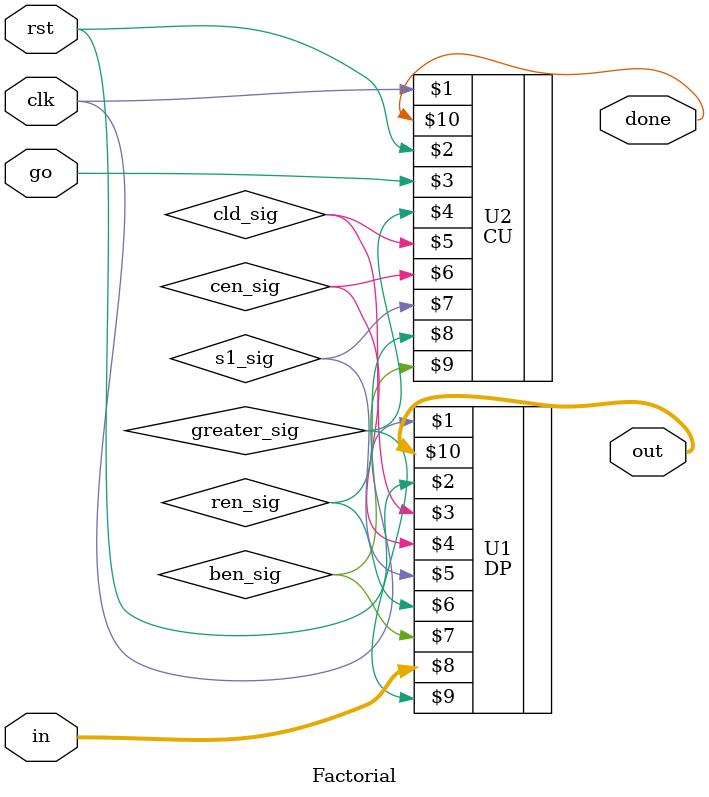
<source format=v>
module Factorial #(parameter iwide = 4, owide = 32)
(input clk, rst, go, input [iwide-1:0] in, output done, output [owide-1:0] out);

    wire cld_sig, cen_sig, s1_sig, ren_sig, ben_sig, greater_sig;

    DP #(iwide, owide) U1 (clk, rst, cld_sig, cen_sig, s1_sig, ren_sig, ben_sig, in, greater_sig, out);
    CU                 U2 (clk, rst, go, greater_sig, cld_sig, cen_sig, s1_sig, ren_sig, ben_sig, done);

endmodule

</source>
